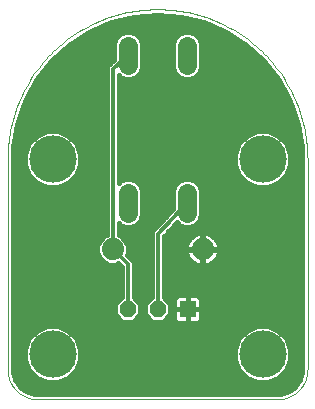
<source format=gbl>
G75*
%MOIN*%
%OFA0B0*%
%FSLAX25Y25*%
%IPPOS*%
%LPD*%
%AMOC8*
5,1,8,0,0,1.08239X$1,22.5*
%
%ADD10OC8,0.05600*%
%ADD11R,0.05600X0.05600*%
%ADD12C,0.00000*%
%ADD13C,0.15811*%
%ADD14C,0.07400*%
%ADD15C,0.06496*%
%ADD16C,0.01200*%
%ADD17C,0.01600*%
D10*
X0046800Y0054006D03*
X0056800Y0054006D03*
D11*
X0066800Y0054006D03*
D12*
X0096800Y0024006D02*
X0016800Y0024006D01*
X0016558Y0024009D01*
X0016317Y0024018D01*
X0016076Y0024032D01*
X0015835Y0024053D01*
X0015595Y0024079D01*
X0015355Y0024111D01*
X0015116Y0024149D01*
X0014879Y0024192D01*
X0014642Y0024242D01*
X0014407Y0024297D01*
X0014173Y0024357D01*
X0013941Y0024424D01*
X0013710Y0024495D01*
X0013481Y0024573D01*
X0013254Y0024656D01*
X0013029Y0024744D01*
X0012806Y0024838D01*
X0012586Y0024937D01*
X0012368Y0025042D01*
X0012153Y0025151D01*
X0011940Y0025266D01*
X0011730Y0025386D01*
X0011524Y0025511D01*
X0011320Y0025641D01*
X0011119Y0025776D01*
X0010922Y0025916D01*
X0010728Y0026060D01*
X0010538Y0026209D01*
X0010352Y0026363D01*
X0010169Y0026521D01*
X0009990Y0026683D01*
X0009815Y0026850D01*
X0009644Y0027021D01*
X0009477Y0027196D01*
X0009315Y0027375D01*
X0009157Y0027558D01*
X0009003Y0027744D01*
X0008854Y0027934D01*
X0008710Y0028128D01*
X0008570Y0028325D01*
X0008435Y0028526D01*
X0008305Y0028730D01*
X0008180Y0028936D01*
X0008060Y0029146D01*
X0007945Y0029359D01*
X0007836Y0029574D01*
X0007731Y0029792D01*
X0007632Y0030012D01*
X0007538Y0030235D01*
X0007450Y0030460D01*
X0007367Y0030687D01*
X0007289Y0030916D01*
X0007218Y0031147D01*
X0007151Y0031379D01*
X0007091Y0031613D01*
X0007036Y0031848D01*
X0006986Y0032085D01*
X0006943Y0032322D01*
X0006905Y0032561D01*
X0006873Y0032801D01*
X0006847Y0033041D01*
X0006826Y0033282D01*
X0006812Y0033523D01*
X0006803Y0033764D01*
X0006800Y0034006D01*
X0006800Y0104006D01*
X0006815Y0105224D01*
X0006859Y0106440D01*
X0006933Y0107656D01*
X0007037Y0108869D01*
X0007170Y0110079D01*
X0007333Y0111286D01*
X0007525Y0112488D01*
X0007746Y0113686D01*
X0007996Y0114878D01*
X0008275Y0116063D01*
X0008583Y0117241D01*
X0008920Y0118411D01*
X0009285Y0119573D01*
X0009678Y0120725D01*
X0010099Y0121868D01*
X0010548Y0122999D01*
X0011024Y0124120D01*
X0011528Y0125229D01*
X0012058Y0126325D01*
X0012615Y0127408D01*
X0013198Y0128477D01*
X0013806Y0129531D01*
X0014441Y0130571D01*
X0015100Y0131594D01*
X0015784Y0132602D01*
X0016493Y0133592D01*
X0017225Y0134565D01*
X0017981Y0135519D01*
X0018760Y0136455D01*
X0019561Y0137372D01*
X0020385Y0138269D01*
X0021230Y0139145D01*
X0022096Y0140001D01*
X0022983Y0140836D01*
X0023890Y0141648D01*
X0024816Y0142438D01*
X0025762Y0143206D01*
X0026725Y0143950D01*
X0027707Y0144670D01*
X0028706Y0145367D01*
X0029721Y0146039D01*
X0030753Y0146686D01*
X0031800Y0147307D01*
X0032862Y0147903D01*
X0033938Y0148473D01*
X0035027Y0149017D01*
X0036130Y0149533D01*
X0037245Y0150023D01*
X0038371Y0150486D01*
X0039508Y0150921D01*
X0040656Y0151328D01*
X0041813Y0151707D01*
X0042979Y0152058D01*
X0044153Y0152380D01*
X0045335Y0152674D01*
X0046524Y0152939D01*
X0047718Y0153174D01*
X0048918Y0153381D01*
X0050123Y0153558D01*
X0051331Y0153706D01*
X0052543Y0153824D01*
X0053758Y0153913D01*
X0054974Y0153973D01*
X0056191Y0154002D01*
X0057409Y0154002D01*
X0058626Y0153973D01*
X0059842Y0153913D01*
X0061057Y0153824D01*
X0062269Y0153706D01*
X0063477Y0153558D01*
X0064682Y0153381D01*
X0065882Y0153174D01*
X0067076Y0152939D01*
X0068265Y0152674D01*
X0069447Y0152380D01*
X0070621Y0152058D01*
X0071787Y0151707D01*
X0072944Y0151328D01*
X0074092Y0150921D01*
X0075229Y0150486D01*
X0076355Y0150023D01*
X0077470Y0149533D01*
X0078573Y0149017D01*
X0079662Y0148473D01*
X0080738Y0147903D01*
X0081800Y0147307D01*
X0082847Y0146686D01*
X0083879Y0146039D01*
X0084894Y0145367D01*
X0085893Y0144670D01*
X0086875Y0143950D01*
X0087838Y0143206D01*
X0088784Y0142438D01*
X0089710Y0141648D01*
X0090617Y0140836D01*
X0091504Y0140001D01*
X0092370Y0139145D01*
X0093215Y0138269D01*
X0094039Y0137372D01*
X0094840Y0136455D01*
X0095619Y0135519D01*
X0096375Y0134565D01*
X0097107Y0133592D01*
X0097816Y0132602D01*
X0098500Y0131594D01*
X0099159Y0130571D01*
X0099794Y0129531D01*
X0100402Y0128477D01*
X0100985Y0127408D01*
X0101542Y0126325D01*
X0102072Y0125229D01*
X0102576Y0124120D01*
X0103052Y0122999D01*
X0103501Y0121868D01*
X0103922Y0120725D01*
X0104315Y0119573D01*
X0104680Y0118411D01*
X0105017Y0117241D01*
X0105325Y0116063D01*
X0105604Y0114878D01*
X0105854Y0113686D01*
X0106075Y0112488D01*
X0106267Y0111286D01*
X0106430Y0110079D01*
X0106563Y0108869D01*
X0106667Y0107656D01*
X0106741Y0106440D01*
X0106785Y0105224D01*
X0106800Y0104006D01*
X0106800Y0034006D01*
X0106797Y0033764D01*
X0106788Y0033523D01*
X0106774Y0033282D01*
X0106753Y0033041D01*
X0106727Y0032801D01*
X0106695Y0032561D01*
X0106657Y0032322D01*
X0106614Y0032085D01*
X0106564Y0031848D01*
X0106509Y0031613D01*
X0106449Y0031379D01*
X0106382Y0031147D01*
X0106311Y0030916D01*
X0106233Y0030687D01*
X0106150Y0030460D01*
X0106062Y0030235D01*
X0105968Y0030012D01*
X0105869Y0029792D01*
X0105764Y0029574D01*
X0105655Y0029359D01*
X0105540Y0029146D01*
X0105420Y0028936D01*
X0105295Y0028730D01*
X0105165Y0028526D01*
X0105030Y0028325D01*
X0104890Y0028128D01*
X0104746Y0027934D01*
X0104597Y0027744D01*
X0104443Y0027558D01*
X0104285Y0027375D01*
X0104123Y0027196D01*
X0103956Y0027021D01*
X0103785Y0026850D01*
X0103610Y0026683D01*
X0103431Y0026521D01*
X0103248Y0026363D01*
X0103062Y0026209D01*
X0102872Y0026060D01*
X0102678Y0025916D01*
X0102481Y0025776D01*
X0102280Y0025641D01*
X0102076Y0025511D01*
X0101870Y0025386D01*
X0101660Y0025266D01*
X0101447Y0025151D01*
X0101232Y0025042D01*
X0101014Y0024937D01*
X0100794Y0024838D01*
X0100571Y0024744D01*
X0100346Y0024656D01*
X0100119Y0024573D01*
X0099890Y0024495D01*
X0099659Y0024424D01*
X0099427Y0024357D01*
X0099193Y0024297D01*
X0098958Y0024242D01*
X0098721Y0024192D01*
X0098484Y0024149D01*
X0098245Y0024111D01*
X0098005Y0024079D01*
X0097765Y0024053D01*
X0097524Y0024032D01*
X0097283Y0024018D01*
X0097042Y0024009D01*
X0096800Y0024006D01*
D13*
X0091800Y0039006D03*
X0091800Y0104006D03*
X0021800Y0104006D03*
X0021800Y0039006D03*
D14*
X0041800Y0074006D03*
X0071800Y0074006D03*
D15*
X0066643Y0086152D02*
X0066643Y0092648D01*
X0046957Y0092648D02*
X0046957Y0086152D01*
X0046957Y0135364D02*
X0046957Y0141860D01*
X0066643Y0141860D02*
X0066643Y0135364D01*
D16*
X0046957Y0138612D02*
X0041800Y0134006D01*
X0041800Y0074006D01*
X0046800Y0069006D01*
X0046800Y0054006D01*
X0056800Y0054006D02*
X0056800Y0079006D01*
X0066643Y0089400D01*
D17*
X0071291Y0089545D02*
X0105000Y0089545D01*
X0105000Y0091143D02*
X0071291Y0091143D01*
X0071291Y0092742D02*
X0105000Y0092742D01*
X0105000Y0094340D02*
X0070972Y0094340D01*
X0071291Y0093572D02*
X0070583Y0095281D01*
X0069275Y0096588D01*
X0067567Y0097296D01*
X0065718Y0097296D01*
X0064010Y0096588D01*
X0062702Y0095281D01*
X0061994Y0093572D01*
X0061994Y0087400D01*
X0055367Y0080401D01*
X0054800Y0079834D01*
X0054800Y0079803D01*
X0054778Y0079780D01*
X0054800Y0078979D01*
X0054800Y0057946D01*
X0052600Y0055746D01*
X0052600Y0052266D01*
X0055060Y0049806D01*
X0058540Y0049806D01*
X0061000Y0052266D01*
X0061000Y0055746D01*
X0058800Y0057946D01*
X0058800Y0078209D01*
X0063280Y0082940D01*
X0064010Y0082211D01*
X0065718Y0081504D01*
X0067567Y0081504D01*
X0069275Y0082211D01*
X0070583Y0083519D01*
X0071291Y0085227D01*
X0071291Y0093572D01*
X0069925Y0095939D02*
X0086959Y0095939D01*
X0086529Y0096117D02*
X0089949Y0094700D01*
X0093651Y0094700D01*
X0097071Y0096117D01*
X0099689Y0098735D01*
X0101105Y0102155D01*
X0101105Y0105857D01*
X0099689Y0109277D01*
X0097071Y0111895D01*
X0093651Y0113311D01*
X0089949Y0113311D01*
X0086529Y0111895D01*
X0083911Y0109277D01*
X0082494Y0105857D01*
X0082494Y0102155D01*
X0083911Y0098735D01*
X0086529Y0096117D01*
X0085109Y0097537D02*
X0043800Y0097537D01*
X0044325Y0096588D02*
X0043800Y0096063D01*
X0043800Y0131948D01*
X0044325Y0131424D01*
X0046033Y0130716D01*
X0047882Y0130716D01*
X0049590Y0131424D01*
X0050898Y0132731D01*
X0051605Y0134440D01*
X0051605Y0142785D01*
X0050898Y0144493D01*
X0049590Y0145801D01*
X0047882Y0146508D01*
X0046033Y0146508D01*
X0044325Y0145801D01*
X0043017Y0144493D01*
X0042309Y0142785D01*
X0042309Y0137142D01*
X0041037Y0136006D01*
X0040972Y0136006D01*
X0040426Y0135460D01*
X0039850Y0134946D01*
X0039846Y0134880D01*
X0039800Y0134834D01*
X0039800Y0134062D01*
X0039756Y0133292D01*
X0039800Y0133243D01*
X0039800Y0078698D01*
X0038911Y0078329D01*
X0037476Y0076895D01*
X0036700Y0075020D01*
X0036700Y0072991D01*
X0037476Y0071117D01*
X0038911Y0069682D01*
X0040786Y0068906D01*
X0042814Y0068906D01*
X0043703Y0069274D01*
X0044800Y0068177D01*
X0044800Y0057946D01*
X0042600Y0055746D01*
X0042600Y0052266D01*
X0045060Y0049806D01*
X0048540Y0049806D01*
X0051000Y0052266D01*
X0051000Y0055746D01*
X0048800Y0057946D01*
X0048800Y0069834D01*
X0046532Y0072103D01*
X0046900Y0072991D01*
X0046900Y0075020D01*
X0046124Y0076895D01*
X0044689Y0078329D01*
X0043800Y0078698D01*
X0043800Y0082736D01*
X0044325Y0082211D01*
X0046033Y0081504D01*
X0047882Y0081504D01*
X0049590Y0082211D01*
X0050898Y0083519D01*
X0051605Y0085227D01*
X0051605Y0093572D01*
X0050898Y0095281D01*
X0049590Y0096588D01*
X0047882Y0097296D01*
X0046033Y0097296D01*
X0044325Y0096588D01*
X0043800Y0099136D02*
X0083745Y0099136D01*
X0083083Y0100734D02*
X0043800Y0100734D01*
X0043800Y0102333D02*
X0082494Y0102333D01*
X0082494Y0103931D02*
X0043800Y0103931D01*
X0043800Y0105530D02*
X0082494Y0105530D01*
X0083021Y0107128D02*
X0043800Y0107128D01*
X0043800Y0108727D02*
X0083683Y0108727D01*
X0084960Y0110326D02*
X0043800Y0110326D01*
X0043800Y0111924D02*
X0086600Y0111924D01*
X0097000Y0111924D02*
X0104178Y0111924D01*
X0103912Y0113523D02*
X0043800Y0113523D01*
X0043800Y0115121D02*
X0103645Y0115121D01*
X0103525Y0115838D02*
X0104835Y0107986D01*
X0105000Y0104006D01*
X0105000Y0034006D01*
X0104899Y0032723D01*
X0104106Y0030283D01*
X0102598Y0028208D01*
X0100523Y0026700D01*
X0098083Y0025907D01*
X0096800Y0025806D01*
X0016800Y0025806D01*
X0015517Y0025907D01*
X0013077Y0026700D01*
X0011002Y0028208D01*
X0009494Y0030283D01*
X0008701Y0032723D01*
X0008600Y0034006D01*
X0008600Y0104006D01*
X0008765Y0107986D01*
X0010075Y0115838D01*
X0012660Y0123368D01*
X0016449Y0130369D01*
X0021338Y0136651D01*
X0027195Y0142042D01*
X0033859Y0146397D01*
X0041149Y0149594D01*
X0048867Y0151549D01*
X0056800Y0152206D01*
X0064733Y0151549D01*
X0072451Y0149594D01*
X0079741Y0146397D01*
X0086405Y0142042D01*
X0092262Y0136651D01*
X0097151Y0130369D01*
X0100940Y0123368D01*
X0103525Y0115838D01*
X0103223Y0116720D02*
X0043800Y0116720D01*
X0043800Y0118318D02*
X0102674Y0118318D01*
X0102125Y0119917D02*
X0043800Y0119917D01*
X0043800Y0121515D02*
X0101576Y0121515D01*
X0101027Y0123114D02*
X0043800Y0123114D01*
X0043800Y0124712D02*
X0100213Y0124712D01*
X0099348Y0126311D02*
X0043800Y0126311D01*
X0043800Y0127909D02*
X0098483Y0127909D01*
X0097617Y0129508D02*
X0043800Y0129508D01*
X0043800Y0131106D02*
X0045091Y0131106D01*
X0048824Y0131106D02*
X0064776Y0131106D01*
X0064010Y0131424D02*
X0065718Y0130716D01*
X0067567Y0130716D01*
X0069275Y0131424D01*
X0070583Y0132731D01*
X0071291Y0134440D01*
X0071291Y0142785D01*
X0070583Y0144493D01*
X0069275Y0145801D01*
X0067567Y0146508D01*
X0065718Y0146508D01*
X0064010Y0145801D01*
X0062702Y0144493D01*
X0061994Y0142785D01*
X0061994Y0134440D01*
X0062702Y0132731D01*
X0064010Y0131424D01*
X0062729Y0132705D02*
X0050871Y0132705D01*
X0051549Y0134303D02*
X0062051Y0134303D01*
X0061994Y0135902D02*
X0051605Y0135902D01*
X0051605Y0137500D02*
X0061994Y0137500D01*
X0061994Y0139099D02*
X0051605Y0139099D01*
X0051605Y0140697D02*
X0061994Y0140697D01*
X0061994Y0142296D02*
X0051605Y0142296D01*
X0051146Y0143894D02*
X0062454Y0143894D01*
X0063702Y0145493D02*
X0049898Y0145493D01*
X0052949Y0151887D02*
X0060651Y0151887D01*
X0069710Y0150288D02*
X0043890Y0150288D01*
X0044017Y0145493D02*
X0032476Y0145493D01*
X0030029Y0143894D02*
X0042769Y0143894D01*
X0042309Y0142296D02*
X0027583Y0142296D01*
X0025734Y0140697D02*
X0042309Y0140697D01*
X0042309Y0139099D02*
X0023997Y0139099D01*
X0022261Y0137500D02*
X0042309Y0137500D01*
X0040867Y0135902D02*
X0020755Y0135902D01*
X0019511Y0134303D02*
X0039800Y0134303D01*
X0039800Y0132705D02*
X0018267Y0132705D01*
X0017022Y0131106D02*
X0039800Y0131106D01*
X0039800Y0129508D02*
X0015983Y0129508D01*
X0015117Y0127909D02*
X0039800Y0127909D01*
X0039800Y0126311D02*
X0014252Y0126311D01*
X0013387Y0124712D02*
X0039800Y0124712D01*
X0039800Y0123114D02*
X0012573Y0123114D01*
X0012024Y0121515D02*
X0039800Y0121515D01*
X0039800Y0119917D02*
X0011475Y0119917D01*
X0010926Y0118318D02*
X0039800Y0118318D01*
X0039800Y0116720D02*
X0010377Y0116720D01*
X0009955Y0115121D02*
X0039800Y0115121D01*
X0039800Y0113523D02*
X0009688Y0113523D01*
X0009422Y0111924D02*
X0016600Y0111924D01*
X0016529Y0111895D02*
X0013911Y0109277D01*
X0012494Y0105857D01*
X0012494Y0102155D01*
X0013911Y0098735D01*
X0016529Y0096117D01*
X0019949Y0094700D01*
X0023651Y0094700D01*
X0027071Y0096117D01*
X0029689Y0098735D01*
X0031105Y0102155D01*
X0031105Y0105857D01*
X0029689Y0109277D01*
X0027071Y0111895D01*
X0023651Y0113311D01*
X0019949Y0113311D01*
X0016529Y0111895D01*
X0014960Y0110326D02*
X0009155Y0110326D01*
X0008888Y0108727D02*
X0013683Y0108727D01*
X0013021Y0107128D02*
X0008729Y0107128D01*
X0008663Y0105530D02*
X0012494Y0105530D01*
X0012494Y0103931D02*
X0008600Y0103931D01*
X0008600Y0102333D02*
X0012494Y0102333D01*
X0013083Y0100734D02*
X0008600Y0100734D01*
X0008600Y0099136D02*
X0013745Y0099136D01*
X0015109Y0097537D02*
X0008600Y0097537D01*
X0008600Y0095939D02*
X0016959Y0095939D01*
X0008600Y0094340D02*
X0039800Y0094340D01*
X0039800Y0092742D02*
X0008600Y0092742D01*
X0008600Y0091143D02*
X0039800Y0091143D01*
X0039800Y0089545D02*
X0008600Y0089545D01*
X0008600Y0087946D02*
X0039800Y0087946D01*
X0039800Y0086348D02*
X0008600Y0086348D01*
X0008600Y0084749D02*
X0039800Y0084749D01*
X0039800Y0083151D02*
X0008600Y0083151D01*
X0008600Y0081552D02*
X0039800Y0081552D01*
X0039800Y0079954D02*
X0008600Y0079954D01*
X0008600Y0078355D02*
X0038973Y0078355D01*
X0037419Y0076757D02*
X0008600Y0076757D01*
X0008600Y0075158D02*
X0036757Y0075158D01*
X0036700Y0073560D02*
X0008600Y0073560D01*
X0008600Y0071961D02*
X0037127Y0071961D01*
X0038231Y0070363D02*
X0008600Y0070363D01*
X0008600Y0068764D02*
X0044213Y0068764D01*
X0044800Y0067166D02*
X0008600Y0067166D01*
X0008600Y0065567D02*
X0044800Y0065567D01*
X0044800Y0063969D02*
X0008600Y0063969D01*
X0008600Y0062370D02*
X0044800Y0062370D01*
X0044800Y0060772D02*
X0008600Y0060772D01*
X0008600Y0059173D02*
X0044800Y0059173D01*
X0044429Y0057575D02*
X0008600Y0057575D01*
X0008600Y0055976D02*
X0042831Y0055976D01*
X0042600Y0054378D02*
X0008600Y0054378D01*
X0008600Y0052779D02*
X0042600Y0052779D01*
X0043686Y0051181D02*
X0008600Y0051181D01*
X0008600Y0049582D02*
X0063213Y0049582D01*
X0063305Y0049529D02*
X0063763Y0049406D01*
X0066800Y0049406D01*
X0069837Y0049406D01*
X0070295Y0049529D01*
X0070705Y0049766D01*
X0071040Y0050101D01*
X0071277Y0050511D01*
X0071400Y0050969D01*
X0071400Y0054006D01*
X0071400Y0057043D01*
X0071277Y0057501D01*
X0071040Y0057911D01*
X0070705Y0058246D01*
X0070295Y0058483D01*
X0069837Y0058606D01*
X0066800Y0058606D01*
X0066800Y0054006D01*
X0066800Y0054006D01*
X0066800Y0058606D01*
X0063763Y0058606D01*
X0063305Y0058483D01*
X0062895Y0058246D01*
X0062560Y0057911D01*
X0062323Y0057501D01*
X0062200Y0057043D01*
X0062200Y0054006D01*
X0066800Y0054006D01*
X0071400Y0054006D01*
X0066800Y0054006D01*
X0066800Y0054006D01*
X0066800Y0054006D01*
X0062200Y0054006D01*
X0062200Y0050969D01*
X0062323Y0050511D01*
X0062560Y0050101D01*
X0062895Y0049766D01*
X0063305Y0049529D01*
X0062200Y0051181D02*
X0059914Y0051181D01*
X0061000Y0052779D02*
X0062200Y0052779D01*
X0062200Y0054378D02*
X0061000Y0054378D01*
X0060769Y0055976D02*
X0062200Y0055976D01*
X0062365Y0057575D02*
X0059171Y0057575D01*
X0058800Y0059173D02*
X0105000Y0059173D01*
X0105000Y0057575D02*
X0071235Y0057575D01*
X0071400Y0055976D02*
X0105000Y0055976D01*
X0105000Y0054378D02*
X0071400Y0054378D01*
X0071400Y0052779D02*
X0105000Y0052779D01*
X0105000Y0051181D02*
X0071400Y0051181D01*
X0070387Y0049582D02*
X0105000Y0049582D01*
X0105000Y0047984D02*
X0094442Y0047984D01*
X0093651Y0048311D02*
X0089949Y0048311D01*
X0086529Y0046895D01*
X0083911Y0044277D01*
X0082494Y0040857D01*
X0082494Y0037155D01*
X0083911Y0033735D01*
X0086529Y0031117D01*
X0089949Y0029700D01*
X0093651Y0029700D01*
X0097071Y0031117D01*
X0099689Y0033735D01*
X0101105Y0037155D01*
X0101105Y0040857D01*
X0099689Y0044277D01*
X0097071Y0046895D01*
X0093651Y0048311D01*
X0097581Y0046385D02*
X0105000Y0046385D01*
X0105000Y0044787D02*
X0099179Y0044787D01*
X0100140Y0043188D02*
X0105000Y0043188D01*
X0105000Y0041590D02*
X0100802Y0041590D01*
X0101105Y0039991D02*
X0105000Y0039991D01*
X0105000Y0038393D02*
X0101105Y0038393D01*
X0100956Y0036794D02*
X0105000Y0036794D01*
X0105000Y0035195D02*
X0100294Y0035195D01*
X0099551Y0033597D02*
X0104968Y0033597D01*
X0104664Y0031998D02*
X0097953Y0031998D01*
X0095340Y0030400D02*
X0104144Y0030400D01*
X0103030Y0028801D02*
X0010570Y0028801D01*
X0009456Y0030400D02*
X0018260Y0030400D01*
X0019949Y0029700D02*
X0023651Y0029700D01*
X0027071Y0031117D01*
X0029689Y0033735D01*
X0031105Y0037155D01*
X0031105Y0040857D01*
X0029689Y0044277D01*
X0027071Y0046895D01*
X0023651Y0048311D01*
X0019949Y0048311D01*
X0016529Y0046895D01*
X0013911Y0044277D01*
X0012494Y0040857D01*
X0012494Y0037155D01*
X0013911Y0033735D01*
X0016529Y0031117D01*
X0019949Y0029700D01*
X0015647Y0031998D02*
X0008936Y0031998D01*
X0008632Y0033597D02*
X0014049Y0033597D01*
X0013306Y0035195D02*
X0008600Y0035195D01*
X0008600Y0036794D02*
X0012644Y0036794D01*
X0012494Y0038393D02*
X0008600Y0038393D01*
X0008600Y0039991D02*
X0012494Y0039991D01*
X0012798Y0041590D02*
X0008600Y0041590D01*
X0008600Y0043188D02*
X0013460Y0043188D01*
X0014421Y0044787D02*
X0008600Y0044787D01*
X0008600Y0046385D02*
X0016019Y0046385D01*
X0019158Y0047984D02*
X0008600Y0047984D01*
X0012385Y0027203D02*
X0101215Y0027203D01*
X0088260Y0030400D02*
X0025340Y0030400D01*
X0027953Y0031998D02*
X0085647Y0031998D01*
X0084049Y0033597D02*
X0029551Y0033597D01*
X0030294Y0035195D02*
X0083306Y0035195D01*
X0082644Y0036794D02*
X0030956Y0036794D01*
X0031105Y0038393D02*
X0082494Y0038393D01*
X0082494Y0039991D02*
X0031105Y0039991D01*
X0030802Y0041590D02*
X0082798Y0041590D01*
X0083460Y0043188D02*
X0030140Y0043188D01*
X0029179Y0044787D02*
X0084421Y0044787D01*
X0086019Y0046385D02*
X0027581Y0046385D01*
X0024442Y0047984D02*
X0089158Y0047984D01*
X0074683Y0069302D02*
X0073911Y0068909D01*
X0073088Y0068641D01*
X0072233Y0068506D01*
X0071886Y0068506D01*
X0071886Y0073920D01*
X0071886Y0074092D01*
X0071714Y0074092D01*
X0071714Y0079506D01*
X0071367Y0079506D01*
X0070512Y0079370D01*
X0069689Y0079103D01*
X0068917Y0078710D01*
X0068217Y0078201D01*
X0067605Y0077589D01*
X0067096Y0076889D01*
X0066703Y0076117D01*
X0066435Y0075294D01*
X0066300Y0074439D01*
X0066300Y0074092D01*
X0071714Y0074092D01*
X0071714Y0073920D01*
X0066300Y0073920D01*
X0066300Y0073573D01*
X0066435Y0072718D01*
X0066703Y0071895D01*
X0067096Y0071123D01*
X0067605Y0070423D01*
X0068217Y0069811D01*
X0068917Y0069302D01*
X0069689Y0068909D01*
X0070512Y0068641D01*
X0071367Y0068506D01*
X0071714Y0068506D01*
X0071714Y0073920D01*
X0071886Y0073920D01*
X0077300Y0073920D01*
X0077300Y0073573D01*
X0077165Y0072718D01*
X0076897Y0071895D01*
X0076504Y0071123D01*
X0075995Y0070423D01*
X0075383Y0069811D01*
X0074683Y0069302D01*
X0073466Y0068764D02*
X0105000Y0068764D01*
X0105000Y0067166D02*
X0058800Y0067166D01*
X0058800Y0068764D02*
X0070134Y0068764D01*
X0071714Y0068764D02*
X0071886Y0068764D01*
X0071886Y0070363D02*
X0071714Y0070363D01*
X0071714Y0071961D02*
X0071886Y0071961D01*
X0071886Y0073560D02*
X0071714Y0073560D01*
X0071886Y0074092D02*
X0077300Y0074092D01*
X0077300Y0074439D01*
X0077165Y0075294D01*
X0076897Y0076117D01*
X0076504Y0076889D01*
X0075995Y0077589D01*
X0075383Y0078201D01*
X0074683Y0078710D01*
X0073911Y0079103D01*
X0073088Y0079370D01*
X0072233Y0079506D01*
X0071886Y0079506D01*
X0071886Y0074092D01*
X0071886Y0075158D02*
X0071714Y0075158D01*
X0071714Y0076757D02*
X0071886Y0076757D01*
X0071886Y0078355D02*
X0071714Y0078355D01*
X0068429Y0078355D02*
X0058938Y0078355D01*
X0058800Y0076757D02*
X0067029Y0076757D01*
X0066414Y0075158D02*
X0058800Y0075158D01*
X0058800Y0073560D02*
X0066302Y0073560D01*
X0066681Y0071961D02*
X0058800Y0071961D01*
X0058800Y0070363D02*
X0067665Y0070363D01*
X0060452Y0079954D02*
X0105000Y0079954D01*
X0105000Y0081552D02*
X0067685Y0081552D01*
X0065600Y0081552D02*
X0061966Y0081552D01*
X0059484Y0084749D02*
X0051408Y0084749D01*
X0051605Y0086348D02*
X0060998Y0086348D01*
X0061994Y0087946D02*
X0051605Y0087946D01*
X0051605Y0089545D02*
X0061994Y0089545D01*
X0061994Y0091143D02*
X0051605Y0091143D01*
X0051605Y0092742D02*
X0061994Y0092742D01*
X0062313Y0094340D02*
X0051287Y0094340D01*
X0050239Y0095939D02*
X0063360Y0095939D01*
X0071291Y0087946D02*
X0105000Y0087946D01*
X0105000Y0086348D02*
X0071291Y0086348D01*
X0071093Y0084749D02*
X0105000Y0084749D01*
X0105000Y0083151D02*
X0070215Y0083151D01*
X0075171Y0078355D02*
X0105000Y0078355D01*
X0105000Y0076757D02*
X0076571Y0076757D01*
X0077186Y0075158D02*
X0105000Y0075158D01*
X0105000Y0073560D02*
X0077298Y0073560D01*
X0076919Y0071961D02*
X0105000Y0071961D01*
X0105000Y0070363D02*
X0075935Y0070363D01*
X0066800Y0057575D02*
X0066800Y0057575D01*
X0066800Y0055976D02*
X0066800Y0055976D01*
X0066800Y0054378D02*
X0066800Y0054378D01*
X0066800Y0054006D02*
X0066800Y0049406D01*
X0066800Y0054006D01*
X0066800Y0054006D01*
X0066800Y0052779D02*
X0066800Y0052779D01*
X0066800Y0051181D02*
X0066800Y0051181D01*
X0066800Y0049582D02*
X0066800Y0049582D01*
X0058800Y0060772D02*
X0105000Y0060772D01*
X0105000Y0062370D02*
X0058800Y0062370D01*
X0058800Y0063969D02*
X0105000Y0063969D01*
X0105000Y0065567D02*
X0058800Y0065567D01*
X0054800Y0065567D02*
X0048800Y0065567D01*
X0048800Y0063969D02*
X0054800Y0063969D01*
X0054800Y0062370D02*
X0048800Y0062370D01*
X0048800Y0060772D02*
X0054800Y0060772D01*
X0054800Y0059173D02*
X0048800Y0059173D01*
X0049171Y0057575D02*
X0054429Y0057575D01*
X0052831Y0055976D02*
X0050769Y0055976D01*
X0051000Y0054378D02*
X0052600Y0054378D01*
X0052600Y0052779D02*
X0051000Y0052779D01*
X0049914Y0051181D02*
X0053686Y0051181D01*
X0054800Y0067166D02*
X0048800Y0067166D01*
X0048800Y0068764D02*
X0054800Y0068764D01*
X0054800Y0070363D02*
X0048272Y0070363D01*
X0046673Y0071961D02*
X0054800Y0071961D01*
X0054800Y0073560D02*
X0046900Y0073560D01*
X0046843Y0075158D02*
X0054800Y0075158D01*
X0054800Y0076757D02*
X0046181Y0076757D01*
X0044627Y0078355D02*
X0054800Y0078355D01*
X0054919Y0079954D02*
X0043800Y0079954D01*
X0043800Y0081552D02*
X0045915Y0081552D01*
X0048000Y0081552D02*
X0056457Y0081552D01*
X0057971Y0083151D02*
X0050530Y0083151D01*
X0039800Y0095939D02*
X0026641Y0095939D01*
X0028491Y0097537D02*
X0039800Y0097537D01*
X0039800Y0099136D02*
X0029855Y0099136D01*
X0030517Y0100734D02*
X0039800Y0100734D01*
X0039800Y0102333D02*
X0031105Y0102333D01*
X0031105Y0103931D02*
X0039800Y0103931D01*
X0039800Y0105530D02*
X0031105Y0105530D01*
X0030579Y0107128D02*
X0039800Y0107128D01*
X0039800Y0108727D02*
X0029917Y0108727D01*
X0028640Y0110326D02*
X0039800Y0110326D01*
X0039800Y0111924D02*
X0027000Y0111924D01*
X0035443Y0147091D02*
X0078157Y0147091D01*
X0081124Y0145493D02*
X0069583Y0145493D01*
X0070831Y0143894D02*
X0083571Y0143894D01*
X0086017Y0142296D02*
X0071291Y0142296D01*
X0071291Y0140697D02*
X0087866Y0140697D01*
X0086405Y0142042D02*
X0086405Y0142042D01*
X0089603Y0139099D02*
X0071291Y0139099D01*
X0071291Y0137500D02*
X0091339Y0137500D01*
X0092845Y0135902D02*
X0071291Y0135902D01*
X0071234Y0134303D02*
X0094089Y0134303D01*
X0095333Y0132705D02*
X0070556Y0132705D01*
X0068509Y0131106D02*
X0096578Y0131106D01*
X0098640Y0110326D02*
X0104445Y0110326D01*
X0104712Y0108727D02*
X0099917Y0108727D01*
X0100579Y0107128D02*
X0104871Y0107128D01*
X0104937Y0105530D02*
X0101105Y0105530D01*
X0101105Y0103931D02*
X0105000Y0103931D01*
X0105000Y0102333D02*
X0101105Y0102333D01*
X0100517Y0100734D02*
X0105000Y0100734D01*
X0105000Y0099136D02*
X0099855Y0099136D01*
X0098491Y0097537D02*
X0105000Y0097537D01*
X0105000Y0095939D02*
X0096641Y0095939D01*
X0074513Y0148690D02*
X0039087Y0148690D01*
M02*

</source>
